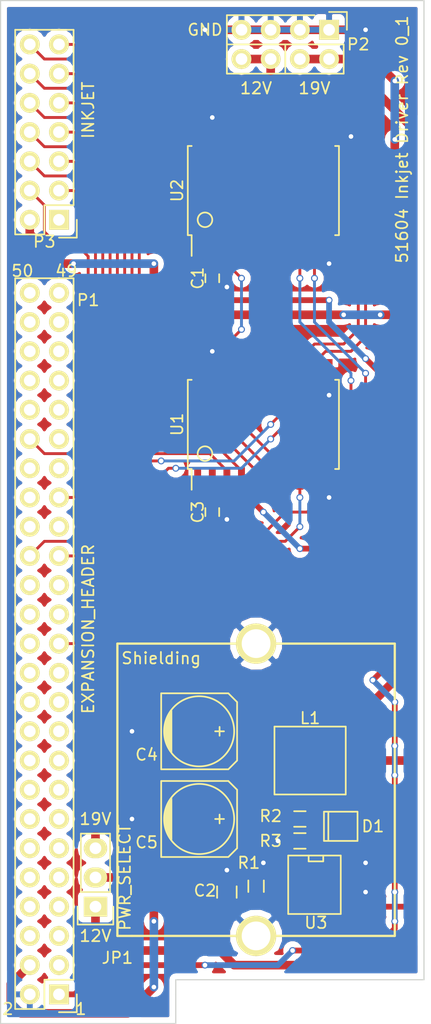
<source format=kicad_pcb>
(kicad_pcb (version 4) (host pcbnew "(2014-jul-16 BZR unknown)-product")
  (layers (0 F.Cu signal) (31 B.Cu signal) (34 B.Paste user) (35 F.Paste user) (36 B.SilkS user) (37 F.SilkS user) (38 B.Mask user) (39 F.Mask user) (44 Edge.Cuts user))
  (net 0 "")
  (net 1 GND)
  (net 2 19V)
  (net 3 "Net-(P3-Pad1)")
  (net 4 "Net-(P3-Pad3)")
  (net 5 "Net-(P3-Pad4)")
  (net 6 "Net-(P3-Pad5)")
  (net 7 "Net-(P3-Pad6)")
  (net 8 "Net-(P3-Pad7)")
  (net 9 "Net-(P3-Pad8)")
  (net 10 "Net-(P3-Pad9)")
  (net 11 "Net-(P3-Pad10)")
  (net 12 "Net-(P3-Pad11)")
  (net 13 "Net-(P3-Pad12)")
  (net 14 "Net-(P3-Pad13)")
  (net 15 "Net-(P3-Pad14)")
  (net 16 "Net-(U1-Pad1)")
  (net 17 "Net-(U1-Pad18)")
  (net 18 "Net-(U1-Pad20)")
  (net 19 "Net-(U2-Pad1)")
  (net 20 "Net-(U2-Pad14)")
  (net 21 "Net-(U2-Pad15)")
  (net 22 "Net-(U2-Pad16)")
  (net 23 "Net-(U2-Pad17)")
  (net 24 "Net-(U2-Pad18)")
  (net 25 "Net-(U2-Pad20)")
  (net 26 +5V)
  (net 27 "Net-(C2-Pad1)")
  (net 28 "Net-(D1-Pad2)")
  (net 29 +12V)
  (net 30 "Net-(JP1-Pad2)")
  (net 31 "Net-(R1-Pad1)")
  (net 32 "Net-(R2-Pad2)")
  (net 33 "Net-(P1-Pad40)")
  (net 34 "Net-(P1-Pad25)")
  (net 35 "Net-(P1-Pad31)")
  (net 36 "Net-(P1-Pad32)")
  (net 37 "Net-(P1-Pad35)")
  (net 38 "Net-(U3-Pad4)")
  (net 39 "Net-(P1-Pad3)")
  (net 40 "Net-(P1-Pad5)")
  (net 41 "Net-(P1-Pad6)")
  (net 42 "Net-(P1-Pad7)")
  (net 43 "Net-(P1-Pad8)")
  (net 44 "Net-(P1-Pad9)")
  (net 45 "Net-(P1-Pad10)")
  (net 46 "Net-(P1-Pad11)")
  (net 47 "Net-(P1-Pad12)")
  (net 48 "Net-(P1-Pad13)")
  (net 49 "Net-(P1-Pad14)")
  (net 50 "Net-(P1-Pad15)")
  (net 51 "Net-(P1-Pad16)")
  (net 52 "Net-(P1-Pad17)")
  (net 53 "Net-(P1-Pad18)")
  (net 54 "Net-(P1-Pad19)")
  (net 55 "Net-(P1-Pad20)")
  (net 56 "Net-(P1-Pad21)")
  (net 57 "Net-(P1-Pad22)")
  (net 58 "Net-(P1-Pad23)")
  (net 59 "Net-(P1-Pad24)")
  (net 60 "Net-(P1-Pad26)")
  (net 61 "Net-(P1-Pad27)")
  (net 62 "Net-(P1-Pad28)")
  (net 63 "Net-(P1-Pad29)")
  (net 64 "Net-(P1-Pad30)")
  (net 65 "Net-(P1-Pad33)")
  (net 66 "Net-(P1-Pad34)")
  (net 67 "Net-(P1-Pad36)")
  (net 68 "Net-(P1-Pad37)")
  (net 69 "Net-(P1-Pad38)")
  (net 70 "Net-(P1-Pad39)")
  (net 71 "Net-(P1-Pad41)")
  (net 72 "Net-(P1-Pad42)")
  (net 73 "Net-(P1-Pad43)")
  (net 74 "Net-(P1-Pad44)")
  (net 75 "Net-(P1-Pad45)")
  (net 76 "Net-(P1-Pad46)")
  (net 77 "Net-(P1-Pad47)")
  (net 78 "Net-(P1-Pad48)")
  (net 79 "Net-(P1-Pad49)")
  (net 80 "Net-(P1-Pad50)")
  (module Housings_SOIC:SOIC-20_7.5x12.8mm_Pitch1.27mm (layer F.Cu) (at 121.92 64.77 90)
    (fp_text reference U1 (at 0 -7.5 90) (layer F.SilkS))
    (fp_text value 6B595)
    (pad 1 smd rect (at -4.7 -5.715 90) (size 1.95 0.6) (layers F.Cu F.Paste F.Mask) (net 16 "Net-(U1-Pad1)"))
    (pad 2 smd rect (at -4.7 -4.445 90) (size 1.95 0.6) (layers F.Cu F.Paste F.Mask) (net 26 +5V))
    (pad 3 smd rect (at -4.7 -3.175 90) (size 1.95 0.6) (layers F.Cu F.Paste F.Mask) (net 33 "Net-(P1-Pad40)"))
    (pad 4 smd rect (at -4.7 -1.905 90) (size 1.95 0.6) (layers F.Cu F.Paste F.Mask) (net 5 "Net-(P3-Pad4)"))
    (pad 5 smd rect (at -4.7 -0.635 90) (size 1.95 0.6) (layers F.Cu F.Paste F.Mask) (net 4 "Net-(P3-Pad3)"))
    (pad 6 smd rect (at -4.7 0.635 90) (size 1.95 0.6) (layers F.Cu F.Paste F.Mask) (net 7 "Net-(P3-Pad6)"))
    (pad 7 smd rect (at -4.7 1.905 90) (size 1.95 0.6) (layers F.Cu F.Paste F.Mask) (net 6 "Net-(P3-Pad5)"))
    (pad 8 smd rect (at -4.7 3.175 90) (size 1.95 0.6) (layers F.Cu F.Paste F.Mask) (net 34 "Net-(P1-Pad25)"))
    (pad 9 smd rect (at -4.7 4.445 90) (size 1.95 0.6) (layers F.Cu F.Paste F.Mask) (net 35 "Net-(P1-Pad31)"))
    (pad 10 smd rect (at -4.7 5.715 90) (size 1.95 0.6) (layers F.Cu F.Paste F.Mask) (net 1 GND))
    (pad 11 smd rect (at 4.7 5.715 90) (size 1.95 0.6) (layers F.Cu F.Paste F.Mask) (net 1 GND))
    (pad 12 smd rect (at 4.7 4.445 90) (size 1.95 0.6) (layers F.Cu F.Paste F.Mask) (net 36 "Net-(P1-Pad32)"))
    (pad 13 smd rect (at 4.7 3.175 90) (size 1.95 0.6) (layers F.Cu F.Paste F.Mask) (net 37 "Net-(P1-Pad35)"))
    (pad 14 smd rect (at 4.7 1.905 90) (size 1.95 0.6) (layers F.Cu F.Paste F.Mask) (net 9 "Net-(P3-Pad8)"))
    (pad 15 smd rect (at 4.7 0.635 90) (size 1.95 0.6) (layers F.Cu F.Paste F.Mask) (net 8 "Net-(P3-Pad7)"))
    (pad 16 smd rect (at 4.7 -0.635 90) (size 1.95 0.6) (layers F.Cu F.Paste F.Mask) (net 11 "Net-(P3-Pad10)"))
    (pad 17 smd rect (at 4.7 -1.905 90) (size 1.95 0.6) (layers F.Cu F.Paste F.Mask) (net 10 "Net-(P3-Pad9)"))
    (pad 18 smd rect (at 4.7 -3.175 90) (size 1.95 0.6) (layers F.Cu F.Paste F.Mask) (net 17 "Net-(U1-Pad18)"))
    (pad 19 smd rect (at 4.7 -4.445 90) (size 1.95 0.6) (layers F.Cu F.Paste F.Mask) (net 1 GND))
    (pad 20 smd rect (at 4.7 -5.715 90) (size 1.95 0.6) (layers F.Cu F.Paste F.Mask) (net 18 "Net-(U1-Pad20)"))
  )
  (module Housings_SOIC:SOIC-20_7.5x12.8mm_Pitch1.27mm (layer F.Cu) (at 121.92 44.45 90)
    (fp_text reference U2 (at 0 -7.5 90) (layer F.SilkS))
    (fp_text value 6B595)
    (pad 1 smd rect (at -4.7 -5.715 90) (size 1.95 0.6) (layers F.Cu F.Paste F.Mask) (net 19 "Net-(U2-Pad1)"))
    (pad 2 smd rect (at -4.7 -4.445 90) (size 1.95 0.6) (layers F.Cu F.Paste F.Mask) (net 26 +5V))
    (pad 3 smd rect (at -4.7 -3.175 90) (size 1.95 0.6) (layers F.Cu F.Paste F.Mask) (net 17 "Net-(U1-Pad18)"))
    (pad 4 smd rect (at -4.7 -1.905 90) (size 1.95 0.6) (layers F.Cu F.Paste F.Mask) (net 13 "Net-(P3-Pad12)"))
    (pad 5 smd rect (at -4.7 -0.635 90) (size 1.95 0.6) (layers F.Cu F.Paste F.Mask) (net 12 "Net-(P3-Pad11)"))
    (pad 6 smd rect (at -4.7 0.635 90) (size 1.95 0.6) (layers F.Cu F.Paste F.Mask) (net 15 "Net-(P3-Pad14)"))
    (pad 7 smd rect (at -4.7 1.905 90) (size 1.95 0.6) (layers F.Cu F.Paste F.Mask) (net 14 "Net-(P3-Pad13)"))
    (pad 8 smd rect (at -4.7 3.175 90) (size 1.95 0.6) (layers F.Cu F.Paste F.Mask) (net 34 "Net-(P1-Pad25)"))
    (pad 9 smd rect (at -4.7 4.445 90) (size 1.95 0.6) (layers F.Cu F.Paste F.Mask) (net 35 "Net-(P1-Pad31)"))
    (pad 10 smd rect (at -4.7 5.715 90) (size 1.95 0.6) (layers F.Cu F.Paste F.Mask) (net 1 GND))
    (pad 11 smd rect (at 4.7 5.715 90) (size 1.95 0.6) (layers F.Cu F.Paste F.Mask) (net 1 GND))
    (pad 12 smd rect (at 4.7 4.445 90) (size 1.95 0.6) (layers F.Cu F.Paste F.Mask) (net 36 "Net-(P1-Pad32)"))
    (pad 13 smd rect (at 4.7 3.175 90) (size 1.95 0.6) (layers F.Cu F.Paste F.Mask) (net 37 "Net-(P1-Pad35)"))
    (pad 14 smd rect (at 4.7 1.905 90) (size 1.95 0.6) (layers F.Cu F.Paste F.Mask) (net 20 "Net-(U2-Pad14)"))
    (pad 15 smd rect (at 4.7 0.635 90) (size 1.95 0.6) (layers F.Cu F.Paste F.Mask) (net 21 "Net-(U2-Pad15)"))
    (pad 16 smd rect (at 4.7 -0.635 90) (size 1.95 0.6) (layers F.Cu F.Paste F.Mask) (net 22 "Net-(U2-Pad16)"))
    (pad 17 smd rect (at 4.7 -1.905 90) (size 1.95 0.6) (layers F.Cu F.Paste F.Mask) (net 23 "Net-(U2-Pad17)"))
    (pad 18 smd rect (at 4.7 -3.175 90) (size 1.95 0.6) (layers F.Cu F.Paste F.Mask) (net 24 "Net-(U2-Pad18)"))
    (pad 19 smd rect (at 4.7 -4.445 90) (size 1.95 0.6) (layers F.Cu F.Paste F.Mask) (net 1 GND))
    (pad 20 smd rect (at 4.7 -5.715 90) (size 1.95 0.6) (layers F.Cu F.Paste F.Mask) (net 25 "Net-(U2-Pad20)"))
  )
  (module Wire_Pads:SolderWirePad_single_2-5mmDrill (layer F.Cu) (at 121.285 83.82)
    (fp_text reference SM1)
    (fp_text value Shielding (at -8.255 1.27) (layer F.SilkS))
    (pad 1 thru_hole circle (at 0 0) (size 3.5 3.5) (drill 2.49936) (layers *.Cu *.Mask F.SilkS) (net 1 GND))
  )
  (module Capacitors_SMD:C_0603 (layer F.Cu) (at 117.475 52.07 270)
    (fp_text reference C1 (at 0 1.27 270) (layer F.SilkS))
    (fp_text value 0.1uF)
    (pad 1 smd rect (at -0.75 0 270) (size 0.8 0.75) (layers F.Cu F.Paste F.Mask) (net 26 +5V))
    (pad 2 smd rect (at 0.75 0 270) (size 0.8 0.75) (layers F.Cu F.Paste F.Mask) (net 1 GND))
  )
  (module Capacitors_SMD:C_0603 (layer F.Cu) (at 117.475 72.39 270)
    (fp_text reference C3 (at 0 1.27 450) (layer F.SilkS))
    (fp_text value 0.1uF)
    (pad 1 smd rect (at -0.75 0 270) (size 0.8 0.75) (layers F.Cu F.Paste F.Mask) (net 26 +5V))
    (pad 2 smd rect (at 0.75 0 270) (size 0.8 0.75) (layers F.Cu F.Paste F.Mask) (net 1 GND))
  )
  (module InkJetPart:CLF6045_Inductor (layer F.Cu) (at 125.984 93.98 180)
    (fp_text reference L1 (at 0 3.683 360) (layer F.SilkS))
    (fp_text value 220uH)
    (pad 1 smd rect (at -2.65 0 180) (size 1.7 2.2) (layers F.Cu F.Paste F.Mask) (net 29 +12V))
    (pad 2 smd rect (at 2.65 0 180) (size 1.7 2.2) (layers F.Cu F.Paste F.Mask) (net 28 "Net-(D1-Pad2)"))
  )
  (module Pin_Headers:Pin_Header_Straight_2x07 (layer F.Cu) (at 104.14 46.99 180)
    (fp_text reference P3 (at 1.27 -1.905 180) (layer F.SilkS))
    (fp_text value INKJET (at -2.54 9.525 270) (layer F.SilkS))
    (pad 1 thru_hole rect (at 0 0 180) (size 1.7272 1.7272) (drill 1.016) (layers *.Cu *.Mask F.SilkS) (net 3 "Net-(P3-Pad1)"))
    (pad 2 thru_hole oval (at 2.54 0 180) (size 1.7272 1.7272) (drill 1.016) (layers *.Cu *.Mask F.SilkS) (net 2 19V))
    (pad 3 thru_hole oval (at 0 2.54 180) (size 1.7272 1.7272) (drill 1.016) (layers *.Cu *.Mask F.SilkS) (net 4 "Net-(P3-Pad3)"))
    (pad 4 thru_hole oval (at 2.54 2.54 180) (size 1.7272 1.7272) (drill 1.016) (layers *.Cu *.Mask F.SilkS) (net 5 "Net-(P3-Pad4)"))
    (pad 5 thru_hole oval (at 0 5.08 180) (size 1.7272 1.7272) (drill 1.016) (layers *.Cu *.Mask F.SilkS) (net 6 "Net-(P3-Pad5)"))
    (pad 6 thru_hole oval (at 2.54 5.08 180) (size 1.7272 1.7272) (drill 1.016) (layers *.Cu *.Mask F.SilkS) (net 7 "Net-(P3-Pad6)"))
    (pad 7 thru_hole oval (at 0 7.62 180) (size 1.7272 1.7272) (drill 1.016) (layers *.Cu *.Mask F.SilkS) (net 8 "Net-(P3-Pad7)"))
    (pad 8 thru_hole oval (at 2.54 7.62 180) (size 1.7272 1.7272) (drill 1.016) (layers *.Cu *.Mask F.SilkS) (net 9 "Net-(P3-Pad8)"))
    (pad 9 thru_hole oval (at 0 10.16 180) (size 1.7272 1.7272) (drill 1.016) (layers *.Cu *.Mask F.SilkS) (net 10 "Net-(P3-Pad9)"))
    (pad 10 thru_hole oval (at 2.54 10.16 180) (size 1.7272 1.7272) (drill 1.016) (layers *.Cu *.Mask F.SilkS) (net 11 "Net-(P3-Pad10)"))
    (pad 11 thru_hole oval (at 0 12.7 180) (size 1.7272 1.7272) (drill 1.016) (layers *.Cu *.Mask F.SilkS) (net 12 "Net-(P3-Pad11)"))
    (pad 12 thru_hole oval (at 2.54 12.7 180) (size 1.7272 1.7272) (drill 1.016) (layers *.Cu *.Mask F.SilkS) (net 13 "Net-(P3-Pad12)"))
    (pad 13 thru_hole oval (at 0 15.24 180) (size 1.7272 1.7272) (drill 1.016) (layers *.Cu *.Mask F.SilkS) (net 14 "Net-(P3-Pad13)"))
    (pad 14 thru_hole oval (at 2.54 15.24 180) (size 1.7272 1.7272) (drill 1.016) (layers *.Cu *.Mask F.SilkS) (net 15 "Net-(P3-Pad14)"))
  )
  (module Resistors_SMD:R_0603 (layer F.Cu) (at 121.285 104.902 270)
    (fp_text reference R1 (at -2.032 0.635 540) (layer F.SilkS))
    (fp_text value 1k)
    (pad 1 smd rect (at -0.75 0 270) (size 0.5 0.9) (layers F.Cu F.Paste F.Mask) (net 31 "Net-(R1-Pad1)"))
    (pad 2 smd rect (at 0.75 0 270) (size 0.5 0.9) (layers F.Cu F.Paste F.Mask) (net 27 "Net-(C2-Pad1)"))
  )
  (module Resistors_SMD:R_0603 (layer F.Cu) (at 125.095 99.06 180)
    (fp_text reference R2 (at 2.54 0.254 360) (layer F.SilkS))
    (fp_text value 18.7k)
    (pad 1 smd rect (at -0.75 0 180) (size 0.5 0.9) (layers F.Cu F.Paste F.Mask) (net 2 19V))
    (pad 2 smd rect (at 0.75 0 180) (size 0.5 0.9) (layers F.Cu F.Paste F.Mask) (net 32 "Net-(R2-Pad2)"))
  )
  (module Resistors_SMD:R_0603 (layer F.Cu) (at 125.095 100.965 180)
    (fp_text reference R3 (at 2.54 0 360) (layer F.SilkS))
    (fp_text value 1.27k)
    (pad 1 smd rect (at -0.75 0 180) (size 0.5 0.9) (layers F.Cu F.Paste F.Mask) (net 32 "Net-(R2-Pad2)"))
    (pad 2 smd rect (at 0.75 0 180) (size 0.5 0.9) (layers F.Cu F.Paste F.Mask) (net 1 GND))
  )
  (module SMD_Packages:SOIC-8-N (layer F.Cu) (at 126.365 104.775 270)
    (fp_text reference U3 (at 3.302 -0.127 540) (layer F.SilkS))
    (fp_text value LT1072)
    (pad 8 smd rect (at -1.905 -3.175 270) (size 0.508 1.143) (layers F.Cu F.Paste F.Mask) (net 1 GND))
    (pad 7 smd rect (at -0.635 -3.175 270) (size 0.508 1.143) (layers F.Cu F.Paste F.Mask) (net 28 "Net-(D1-Pad2)"))
    (pad 6 smd rect (at 0.635 -3.175 270) (size 0.508 1.143) (layers F.Cu F.Paste F.Mask) (net 1 GND))
    (pad 5 smd rect (at 1.905 -3.175 270) (size 0.508 1.143) (layers F.Cu F.Paste F.Mask) (net 29 +12V))
    (pad 4 smd rect (at 1.905 3.175 270) (size 0.508 1.143) (layers F.Cu F.Paste F.Mask) (net 38 "Net-(U3-Pad4)"))
    (pad 3 smd rect (at 0.635 3.175 270) (size 0.508 1.143) (layers F.Cu F.Paste F.Mask) (net 32 "Net-(R2-Pad2)"))
    (pad 2 smd rect (at -0.635 3.175 270) (size 0.508 1.143) (layers F.Cu F.Paste F.Mask) (net 31 "Net-(R1-Pad1)"))
    (pad 1 smd rect (at -1.905 3.175 270) (size 0.508 1.143) (layers F.Cu F.Paste F.Mask) (net 1 GND))
  )
  (module InkJetPart:DO-220_Diode (layer F.Cu) (at 127.824 99.695)
    (fp_text reference D1 (at 3.621 0 180) (layer F.SilkS))
    (fp_text value SS3P4)
    (pad 1 smd rect (at 0 0) (size 2.67 2.54) (layers F.Cu F.Paste F.Mask) (net 2 19V))
    (pad 2 smd rect (at 2.351 0) (size 0.762 1.27) (layers F.Cu F.Paste F.Mask) (net 28 "Net-(D1-Pad2)"))
  )
  (module Pin_Headers:Pin_Header_Straight_2x25 (layer F.Cu) (at 104.14 114.3 180)
    (fp_text reference P1 (at -2.54 60.325 180) (layer F.SilkS))
    (fp_text value EXPANSION_HEADER (at -2.54 31.75 270) (layer F.SilkS))
    (pad 1 thru_hole rect (at 0 0 180) (size 1.7272 1.7272) (drill 1.016) (layers *.Cu *.Mask F.SilkS) (net 26 +5V))
    (pad 2 thru_hole oval (at 2.54 0 180) (size 1.7272 1.7272) (drill 1.016) (layers *.Cu *.Mask F.SilkS) (net 1 GND))
    (pad 3 thru_hole oval (at 0 2.54 180) (size 1.7272 1.7272) (drill 1.016) (layers *.Cu *.Mask F.SilkS) (net 39 "Net-(P1-Pad3)"))
    (pad 4 thru_hole oval (at 2.54 2.54 180) (size 1.7272 1.7272) (drill 1.016) (layers *.Cu *.Mask F.SilkS) (net 30 "Net-(JP1-Pad2)"))
    (pad 5 thru_hole oval (at 0 5.08 180) (size 1.7272 1.7272) (drill 1.016) (layers *.Cu *.Mask F.SilkS) (net 40 "Net-(P1-Pad5)"))
    (pad 6 thru_hole oval (at 2.54 5.08 180) (size 1.7272 1.7272) (drill 1.016) (layers *.Cu *.Mask F.SilkS) (net 41 "Net-(P1-Pad6)"))
    (pad 7 thru_hole oval (at 0 7.62 180) (size 1.7272 1.7272) (drill 1.016) (layers *.Cu *.Mask F.SilkS) (net 42 "Net-(P1-Pad7)"))
    (pad 8 thru_hole oval (at 2.54 7.62 180) (size 1.7272 1.7272) (drill 1.016) (layers *.Cu *.Mask F.SilkS) (net 43 "Net-(P1-Pad8)"))
    (pad 9 thru_hole oval (at 0 10.16 180) (size 1.7272 1.7272) (drill 1.016) (layers *.Cu *.Mask F.SilkS) (net 44 "Net-(P1-Pad9)"))
    (pad 10 thru_hole oval (at 2.54 10.16 180) (size 1.7272 1.7272) (drill 1.016) (layers *.Cu *.Mask F.SilkS) (net 45 "Net-(P1-Pad10)"))
    (pad 11 thru_hole oval (at 0 12.7 180) (size 1.7272 1.7272) (drill 1.016) (layers *.Cu *.Mask F.SilkS) (net 46 "Net-(P1-Pad11)"))
    (pad 12 thru_hole oval (at 2.54 12.7 180) (size 1.7272 1.7272) (drill 1.016) (layers *.Cu *.Mask F.SilkS) (net 47 "Net-(P1-Pad12)"))
    (pad 13 thru_hole oval (at 0 15.24 180) (size 1.7272 1.7272) (drill 1.016) (layers *.Cu *.Mask F.SilkS) (net 48 "Net-(P1-Pad13)"))
    (pad 14 thru_hole oval (at 2.54 15.24 180) (size 1.7272 1.7272) (drill 1.016) (layers *.Cu *.Mask F.SilkS) (net 49 "Net-(P1-Pad14)"))
    (pad 15 thru_hole oval (at 0 17.78 180) (size 1.7272 1.7272) (drill 1.016) (layers *.Cu *.Mask F.SilkS) (net 50 "Net-(P1-Pad15)"))
    (pad 16 thru_hole oval (at 2.54 17.78 180) (size 1.7272 1.7272) (drill 1.016) (layers *.Cu *.Mask F.SilkS) (net 51 "Net-(P1-Pad16)"))
    (pad 17 thru_hole oval (at 0 20.32 180) (size 1.7272 1.7272) (drill 1.016) (layers *.Cu *.Mask F.SilkS) (net 52 "Net-(P1-Pad17)"))
    (pad 18 thru_hole oval (at 2.54 20.32 180) (size 1.7272 1.7272) (drill 1.016) (layers *.Cu *.Mask F.SilkS) (net 53 "Net-(P1-Pad18)"))
    (pad 19 thru_hole oval (at 0 22.86 180) (size 1.7272 1.7272) (drill 1.016) (layers *.Cu *.Mask F.SilkS) (net 54 "Net-(P1-Pad19)"))
    (pad 20 thru_hole oval (at 2.54 22.86 180) (size 1.7272 1.7272) (drill 1.016) (layers *.Cu *.Mask F.SilkS) (net 55 "Net-(P1-Pad20)"))
    (pad 21 thru_hole oval (at 0 25.4 180) (size 1.7272 1.7272) (drill 1.016) (layers *.Cu *.Mask F.SilkS) (net 56 "Net-(P1-Pad21)"))
    (pad 22 thru_hole oval (at 2.54 25.4 180) (size 1.7272 1.7272) (drill 1.016) (layers *.Cu *.Mask F.SilkS) (net 57 "Net-(P1-Pad22)"))
    (pad 23 thru_hole oval (at 0 27.94 180) (size 1.7272 1.7272) (drill 1.016) (layers *.Cu *.Mask F.SilkS) (net 58 "Net-(P1-Pad23)"))
    (pad 24 thru_hole oval (at 2.54 27.94 180) (size 1.7272 1.7272) (drill 1.016) (layers *.Cu *.Mask F.SilkS) (net 59 "Net-(P1-Pad24)"))
    (pad 25 thru_hole oval (at 0 30.48 180) (size 1.7272 1.7272) (drill 1.016) (layers *.Cu *.Mask F.SilkS) (net 34 "Net-(P1-Pad25)"))
    (pad 26 thru_hole oval (at 2.54 30.48 180) (size 1.7272 1.7272) (drill 1.016) (layers *.Cu *.Mask F.SilkS) (net 60 "Net-(P1-Pad26)"))
    (pad 27 thru_hole oval (at 0 33.02 180) (size 1.7272 1.7272) (drill 1.016) (layers *.Cu *.Mask F.SilkS) (net 61 "Net-(P1-Pad27)"))
    (pad 28 thru_hole oval (at 2.54 33.02 180) (size 1.7272 1.7272) (drill 1.016) (layers *.Cu *.Mask F.SilkS) (net 62 "Net-(P1-Pad28)"))
    (pad 29 thru_hole oval (at 0 35.56 180) (size 1.7272 1.7272) (drill 1.016) (layers *.Cu *.Mask F.SilkS) (net 63 "Net-(P1-Pad29)"))
    (pad 30 thru_hole oval (at 2.54 35.56 180) (size 1.7272 1.7272) (drill 1.016) (layers *.Cu *.Mask F.SilkS) (net 64 "Net-(P1-Pad30)"))
    (pad 31 thru_hole oval (at 0 38.1 180) (size 1.7272 1.7272) (drill 1.016) (layers *.Cu *.Mask F.SilkS) (net 35 "Net-(P1-Pad31)"))
    (pad 32 thru_hole oval (at 2.54 38.1 180) (size 1.7272 1.7272) (drill 1.016) (layers *.Cu *.Mask F.SilkS) (net 36 "Net-(P1-Pad32)"))
    (pad 33 thru_hole oval (at 0 40.64 180) (size 1.7272 1.7272) (drill 1.016) (layers *.Cu *.Mask F.SilkS) (net 65 "Net-(P1-Pad33)"))
    (pad 34 thru_hole oval (at 2.54 40.64 180) (size 1.7272 1.7272) (drill 1.016) (layers *.Cu *.Mask F.SilkS) (net 66 "Net-(P1-Pad34)"))
    (pad 35 thru_hole oval (at 0 43.18 180) (size 1.7272 1.7272) (drill 1.016) (layers *.Cu *.Mask F.SilkS) (net 37 "Net-(P1-Pad35)"))
    (pad 36 thru_hole oval (at 2.54 43.18 180) (size 1.7272 1.7272) (drill 1.016) (layers *.Cu *.Mask F.SilkS) (net 67 "Net-(P1-Pad36)"))
    (pad 37 thru_hole oval (at 0 45.72 180) (size 1.7272 1.7272) (drill 1.016) (layers *.Cu *.Mask F.SilkS) (net 68 "Net-(P1-Pad37)"))
    (pad 38 thru_hole oval (at 2.54 45.72 180) (size 1.7272 1.7272) (drill 1.016) (layers *.Cu *.Mask F.SilkS) (net 69 "Net-(P1-Pad38)"))
    (pad 39 thru_hole oval (at 0 48.26 180) (size 1.7272 1.7272) (drill 1.016) (layers *.Cu *.Mask F.SilkS) (net 70 "Net-(P1-Pad39)"))
    (pad 40 thru_hole oval (at 2.54 48.26 180) (size 1.7272 1.7272) (drill 1.016) (layers *.Cu *.Mask F.SilkS) (net 33 "Net-(P1-Pad40)"))
    (pad 41 thru_hole oval (at 0 50.8 180) (size 1.7272 1.7272) (drill 1.016) (layers *.Cu *.Mask F.SilkS) (net 71 "Net-(P1-Pad41)"))
    (pad 42 thru_hole oval (at 2.54 50.8 180) (size 1.7272 1.7272) (drill 1.016) (layers *.Cu *.Mask F.SilkS) (net 72 "Net-(P1-Pad42)"))
    (pad 43 thru_hole oval (at 0 53.34 180) (size 1.7272 1.7272) (drill 1.016) (layers *.Cu *.Mask F.SilkS) (net 73 "Net-(P1-Pad43)"))
    (pad 44 thru_hole oval (at 2.54 53.34 180) (size 1.7272 1.7272) (drill 1.016) (layers *.Cu *.Mask F.SilkS) (net 74 "Net-(P1-Pad44)"))
    (pad 45 thru_hole oval (at 0 55.88 180) (size 1.7272 1.7272) (drill 1.016) (layers *.Cu *.Mask F.SilkS) (net 75 "Net-(P1-Pad45)"))
    (pad 46 thru_hole oval (at 2.54 55.88 180) (size 1.7272 1.7272) (drill 1.016) (layers *.Cu *.Mask F.SilkS) (net 76 "Net-(P1-Pad46)"))
    (pad 47 thru_hole oval (at 0 58.42 180) (size 1.7272 1.7272) (drill 1.016) (layers *.Cu *.Mask F.SilkS) (net 77 "Net-(P1-Pad47)"))
    (pad 48 thru_hole oval (at 2.54 58.42 180) (size 1.7272 1.7272) (drill 1.016) (layers *.Cu *.Mask F.SilkS) (net 78 "Net-(P1-Pad48)"))
    (pad 49 thru_hole oval (at 0 60.96 180) (size 1.7272 1.7272) (drill 1.016) (layers *.Cu *.Mask F.SilkS) (net 79 "Net-(P1-Pad49)"))
    (pad 50 thru_hole oval (at 2.54 60.96 180) (size 1.7272 1.7272) (drill 1.016) (layers *.Cu *.Mask F.SilkS) (net 80 "Net-(P1-Pad50)"))
  )
  (module Capacitors_SMD:C_0805 (layer F.Cu) (at 118.745 105.41 90)
    (fp_text reference C2 (at 0.127 -1.905 180) (layer F.SilkS))
    (fp_text value 1uF)
    (pad 1 smd rect (at -1 0 90) (size 1 1.25) (layers F.Cu F.Paste F.Mask) (net 27 "Net-(C2-Pad1)"))
    (pad 2 smd rect (at 1 0 90) (size 1 1.25) (layers F.Cu F.Paste F.Mask) (net 1 GND))
  )
  (module Capacitors_SMD:c_elec_6.3x7.7 (layer F.Cu) (at 116.332 91.44)
    (fp_text reference C4 (at -4.572 2.032 180) (layer F.SilkS))
    (fp_text value 100uF)
    (pad 1 smd rect (at 2.75082 0) (size 3.59918 1.6002) (layers F.Cu F.Paste F.Mask) (net 2 19V))
    (pad 2 smd rect (at -2.75082 0) (size 3.59918 1.6002) (layers F.Cu F.Paste F.Mask) (net 1 GND))
  )
  (module Capacitors_SMD:c_elec_6.3x7.7 (layer F.Cu) (at 116.332 99.06)
    (fp_text reference C5 (at -4.572 2.032 180) (layer F.SilkS))
    (fp_text value 100uF)
    (pad 1 smd rect (at 2.75082 0) (size 3.59918 1.6002) (layers F.Cu F.Paste F.Mask) (net 2 19V))
    (pad 2 smd rect (at -2.75082 0) (size 3.59918 1.6002) (layers F.Cu F.Paste F.Mask) (net 1 GND))
  )
  (module Wire_Pads:SolderWirePad_single_2-5mmDrill (layer F.Cu) (at 121.285 109.22)
    (fp_text reference SM2)
    (fp_text value Shield)
    (pad 1 thru_hole circle (at 0 0) (size 3.5 3.5) (drill 2.49936) (layers *.Cu *.Mask F.SilkS) (net 1 GND))
  )
  (module InkJetPart:Pin_Header_Straight_2x04_Silk_Change (layer F.Cu) (at 127.635 30.48 270)
    (fp_text reference P2 (at 1.27 -2.54 360) (layer F.SilkS))
    (fp_text value PWR)
    (pad 1 thru_hole rect (at 0 0 270) (size 1.7272 1.7272) (drill 1.016) (layers *.Cu *.Mask F.SilkS) (net 1 GND))
    (pad 2 thru_hole oval (at 2.54 0 270) (size 1.7272 1.7272) (drill 1.016) (layers *.Cu *.Mask F.SilkS) (net 2 19V))
    (pad 3 thru_hole oval (at 0 2.54 270) (size 1.7272 1.7272) (drill 1.016) (layers *.Cu *.Mask F.SilkS) (net 1 GND))
    (pad 4 thru_hole oval (at 2.54 2.54 270) (size 1.7272 1.7272) (drill 1.016) (layers *.Cu *.Mask F.SilkS) (net 2 19V))
    (pad 5 thru_hole oval (at 0 5.08 270) (size 1.7272 1.7272) (drill 1.016) (layers *.Cu *.Mask F.SilkS) (net 1 GND))
    (pad 6 thru_hole oval (at 2.54 5.08 270) (size 1.7272 1.7272) (drill 1.016) (layers *.Cu *.Mask F.SilkS) (net 29 +12V))
    (pad 7 thru_hole oval (at 0 7.62 270) (size 1.7272 1.7272) (drill 1.016) (layers *.Cu *.Mask F.SilkS) (net 1 GND))
    (pad 8 thru_hole oval (at 2.54 7.62 270) (size 1.7272 1.7272) (drill 1.016) (layers *.Cu *.Mask F.SilkS) (net 29 +12V))
  )
  (module Socket_Strips:Socket_Strip_Straight_1x03 (layer F.Cu) (at 107.315 106.68 90)
    (fp_text reference JP1 (at -4.445 1.905 180) (layer F.SilkS))
    (fp_text value PWR_SELECT (at 2.54 2.54 90) (layer F.SilkS))
    (pad 1 thru_hole rect (at 0 0 90) (size 1.7272 2.032) (drill 1.016) (layers *.Cu *.Mask F.SilkS) (net 29 +12V))
    (pad 2 thru_hole oval (at 2.54 0 90) (size 1.7272 2.032) (drill 1.016) (layers *.Cu *.Mask F.SilkS) (net 30 "Net-(JP1-Pad2)"))
    (pad 3 thru_hole oval (at 5.08 0 90) (size 1.7272 2.032) (drill 1.016) (layers *.Cu *.Mask F.SilkS) (net 2 19V))
  )
  (gr_text 19V (at 107.315 99.06) (layer F.SilkS) (effects (font (size 1 1))))
  (gr_text 12V (at 107.315 109.22) (layer F.SilkS) (effects (font (size 1 1))))
  (gr_text 50 (at 100.965 51.435) (layer F.SilkS) (effects (font (size 1 1))))
  (gr_text 49 (at 104.775 51.435) (layer F.SilkS) (effects (font (size 1 1))))
  (gr_text 2 (at 99.695 115.57) (layer F.SilkS) (effects (font (size 1 1))))
  (gr_text 1 (at 106.045 115.57) (layer F.SilkS) (effects (font (size 1 1))))
  (gr_circle (center 116.84 46.99) (end 116.84 46.355) (layer F.SilkS) (width 0.15))
  (gr_circle (center 116.84 67.31) (end 116.84 66.675) (layer F.SilkS) (width 0.15))
  (gr_text GND (at 116.84 30.48) (layer F.SilkS) (effects (font (size 1 1))))
  (gr_line (start 123.825 31.75) (end 123.825 34.29) (layer F.SilkS) (width 0.15))
  (gr_line (start 118.745 31.75) (end 128.905 31.75) (layer F.SilkS) (width 0.15))
  (gr_text 19V (at 126.365 35.56) (layer F.SilkS) (effects (font (size 1 1))))
  (gr_text 12V (at 121.285 35.56) (layer F.SilkS) (effects (font (size 1 1))))
  (gr_text "51604 Inkjet Driver Rev 0_1" (at 133.985 40.005 90) (layer F.SilkS) (effects (font (size 1 1))))
  (gr_line (start 133.35 83.82) (end 109.22 83.82) (layer F.SilkS) (width 0.2))
  (gr_line (start 133.35 83.82) (end 133.35 86.36) (layer F.SilkS) (width 0.2))
  (gr_line (start 109.22 109.22) (end 109.22 83.82) (layer F.SilkS) (width 0.2))
  (gr_line (start 110.49 109.22) (end 109.22 109.22) (layer F.SilkS) (width 0.2))
  (gr_line (start 133.35 109.22) (end 110.49 109.22) (layer F.SilkS) (width 0.2))
  (gr_line (start 133.35 86.36) (end 133.35 109.22) (layer F.SilkS) (width 0.2))
  (gr_line (start 135.89 113.03) (end 135.89 27.94) (layer Edge.Cuts) (width 0.1))
  (gr_line (start 114.3 113.03) (end 135.89 113.03) (layer Edge.Cuts) (width 0.1))
  (gr_line (start 114.3 114.3) (end 114.3 113.03) (layer Edge.Cuts) (width 0.1))
  (gr_line (start 135.89 27.94) (end 127 27.94) (layer Edge.Cuts) (width 0.1))
  (gr_line (start 127 27.94) (end 120.65 27.94) (layer Edge.Cuts) (width 0.1))
  (gr_line (start 99.06 27.94) (end 120.65 27.94) (layer Edge.Cuts) (width 0.1))
  (gr_line (start 99.06 50.8) (end 99.06 27.94) (layer Edge.Cuts) (width 0.1))
  (gr_line (start 114.3 116.84) (end 114.3 114.3) (layer Edge.Cuts) (width 0.1))
  (gr_line (start 99.06 116.84) (end 114.3 116.84) (layer Edge.Cuts) (width 0.1))
  (gr_line (start 99.06 116.84) (end 99.06 50.8) (layer Edge.Cuts) (width 0.1))
  (segment (start 120.015 30.48) (end 116.84 30.48) (width 0.75) (layer F.Cu) (net 1))
  (via (at 116.84 30.48) (size 0.6) (drill 0.4) (layers F.Cu B.Cu) (net 1))
  (segment (start 120.015 30.48) (end 130.81 30.48) (width 0.75) (layer F.Cu) (net 1))
  (via (at 130.81 30.48) (size 0.6) (drill 0.4) (layers F.Cu B.Cu) (net 1))
  (segment (start 127.635 60.07) (end 127.635 62.23) (width 0.5) (layer F.Cu) (net 1))
  (via (at 127.635 62.23) (size 0.6) (drill 0.4) (layers F.Cu B.Cu) (net 1))
  (segment (start 127.635 69.47) (end 127.635 71.12) (width 0.5) (layer F.Cu) (net 1))
  (via (at 127.635 71.12) (size 0.6) (drill 0.4) (layers F.Cu B.Cu) (net 1))
  (segment (start 127.635 49.15) (end 127.635 50.8) (width 0.5) (layer F.Cu) (net 1))
  (via (at 127.635 50.8) (size 0.6) (drill 0.4) (layers F.Cu B.Cu) (net 1))
  (segment (start 117.475 39.75) (end 117.475 38.1) (width 0.5) (layer F.Cu) (net 1))
  (via (at 117.475 38.1) (size 0.6) (drill 0.4) (layers F.Cu B.Cu) (net 1))
  (segment (start 117.475 60.07) (end 117.475 58.42) (width 0.5) (layer F.Cu) (net 1))
  (via (at 117.475 58.42) (size 0.6) (drill 0.4) (layers F.Cu B.Cu) (net 1))
  (segment (start 117.475 73.14) (end 118.63 73.14) (width 0.5) (layer F.Cu) (net 1))
  (segment (start 118.63 73.14) (end 118.745 73.025) (width 0.5) (layer F.Cu) (net 1))
  (via (at 118.745 73.025) (size 0.6) (drill 0.4) (layers F.Cu B.Cu) (net 1))
  (segment (start 117.475 52.82) (end 118.733 52.82) (width 0.5) (layer F.Cu) (net 1))
  (segment (start 118.733 52.82) (end 118.745 52.832) (width 0.5) (layer F.Cu) (net 1))
  (via (at 118.745 52.832) (size 0.6) (drill 0.4) (layers F.Cu B.Cu) (net 1))
  (segment (start 127.635 39.75) (end 129.539 39.75) (width 0.5) (layer F.Cu) (net 1))
  (segment (start 129.539 39.75) (end 129.54 39.751) (width 0.5) (layer F.Cu) (net 1))
  (via (at 129.54 39.751) (size 0.6) (drill 0.4) (layers F.Cu B.Cu) (net 1))
  (segment (start 113.58118 91.44) (end 114.58067 91.44) (width 0.75) (layer F.Cu) (net 1))
  (segment (start 124.345 100.965) (end 123.19 100.965) (width 0.25) (layer F.Cu) (net 1))
  (via (at 123.19 100.965) (size 0.6) (drill 0.4) (layers F.Cu B.Cu) (net 1))
  (segment (start 123.19 102.87) (end 121.92 102.87) (width 0.25) (layer F.Cu) (net 1))
  (via (at 121.92 102.87) (size 0.6) (drill 0.4) (layers F.Cu B.Cu) (net 1))
  (segment (start 118.745 104.41) (end 118.745 103.505) (width 0.5) (layer F.Cu) (net 1))
  (via (at 118.745 103.505) (size 0.6) (drill 0.4) (layers F.Cu B.Cu) (net 1))
  (segment (start 129.54 105.41) (end 130.81 105.41) (width 0.25) (layer F.Cu) (net 1))
  (via (at 130.81 105.41) (size 0.6) (drill 0.4) (layers F.Cu B.Cu) (net 1))
  (segment (start 113.58118 91.44) (end 110.49 91.44) (width 0.75) (layer F.Cu) (net 1))
  (via (at 110.49 91.44) (size 0.6) (drill 0.4) (layers F.Cu B.Cu) (net 1))
  (segment (start 113.58118 99.06) (end 110.49 99.06) (width 0.75) (layer F.Cu) (net 1))
  (via (at 110.49 99.06) (size 0.6) (layers F.Cu B.Cu) (net 1))
  (segment (start 129.54 102.87) (end 130.81 102.87) (width 0.25) (layer F.Cu) (net 1))
  (via (at 130.81 102.87) (size 0.6) (drill 0.4) (layers F.Cu B.Cu) (net 1))
  (segment (start 127.635 33.02) (end 125.095 33.02) (width 0.75) (layer F.Cu) (net 2))
  (segment (start 131.445 33.02) (end 127.635 33.02) (width 0.75) (layer F.Cu) (net 2))
  (segment (start 133.35 34.925) (end 131.445 33.02) (width 0.75) (layer F.Cu) (net 2))
  (segment (start 133.35 40.005) (end 133.35 34.925) (width 0.75) (layer B.Cu) (net 2))
  (via (at 133.35 34.925) (size 0.6) (drill 0.4) (layers F.Cu B.Cu) (net 2))
  (segment (start 133.35 40.39999) (end 133.35 40.005) (width 0.75) (layer F.Cu) (net 2))
  (via (at 133.35 40.005) (size 0.6) (drill 0.4) (layers F.Cu B.Cu) (net 2))
  (segment (start 131.445 88.9) (end 133.35 86.995) (width 0.75) (layer F.Cu) (net 2))
  (segment (start 120.07272 88.9) (end 131.445 88.9) (width 0.75) (layer F.Cu) (net 2))
  (segment (start 119.08282 91.44) (end 119.08282 89.8899) (width 0.75) (layer F.Cu) (net 2))
  (segment (start 119.08282 89.8899) (end 120.07272 88.9) (width 0.75) (layer F.Cu) (net 2))
  (segment (start 125.845 99.06) (end 127.189 99.06) (width 0.25) (layer F.Cu) (net 2))
  (segment (start 127.189 99.06) (end 127.824 99.695) (width 0.25) (layer F.Cu) (net 2))
  (segment (start 127.304 97.155) (end 123.53741 97.155) (width 0.75) (layer F.Cu) (net 2))
  (segment (start 123.53741 97.155) (end 121.63241 99.06) (width 0.75) (layer F.Cu) (net 2))
  (segment (start 121.63241 99.06) (end 119.08282 99.06) (width 0.75) (layer F.Cu) (net 2))
  (segment (start 127.824 99.695) (end 127.824 97.675) (width 0.75) (layer F.Cu) (net 2))
  (segment (start 127.824 97.675) (end 127.304 97.155) (width 0.75) (layer F.Cu) (net 2))
  (via (at 105.41 50.8) (size 0.6) (drill 0.4) (layers F.Cu B.Cu) (net 2))
  (segment (start 104.188686 50.8) (end 105.41 50.8) (width 0.75) (layer F.Cu) (net 2))
  (segment (start 101.6 48.211314) (end 104.188686 50.8) (width 0.75) (layer F.Cu) (net 2))
  (segment (start 101.6 46.99) (end 101.6 48.211314) (width 0.75) (layer F.Cu) (net 2))
  (via (at 112.395 50.8) (size 0.6) (drill 0.4) (layers F.Cu B.Cu) (net 2))
  (segment (start 105.41 50.8) (end 112.395 50.8) (width 0.75) (layer B.Cu) (net 2))
  (segment (start 133.344393 55.88) (end 133.35 55.885607) (width 0.75) (layer F.Cu) (net 2))
  (segment (start 133.35 86.995) (end 133.35 55.885607) (width 0.75) (layer F.Cu) (net 2))
  (via (at 128.905 55.245) (size 0.6) (drill 0.4) (layers F.Cu B.Cu) (net 2))
  (via (at 132.08 55.245) (size 0.6) (drill 0.4) (layers F.Cu B.Cu) (net 2))
  (segment (start 128.905 55.245) (end 132.08 55.245) (width 0.75) (layer B.Cu) (net 2))
  (segment (start 133.298109 55.245) (end 133.35 55.193109) (width 0.75) (layer F.Cu) (net 2))
  (segment (start 132.08 55.245) (end 133.298109 55.245) (width 0.75) (layer F.Cu) (net 2))
  (segment (start 133.35 55.193109) (end 133.35 40.39999) (width 0.75) (layer F.Cu) (net 2))
  (segment (start 133.35 55.885607) (end 133.35 55.193109) (width 0.75) (layer F.Cu) (net 2))
  (segment (start 112.395 52.705) (end 112.395 50.8) (width 0.75) (layer F.Cu) (net 2))
  (segment (start 114.935 55.245) (end 112.395 52.705) (width 0.75) (layer F.Cu) (net 2))
  (segment (start 128.905 55.245) (end 114.935 55.245) (width 0.75) (layer F.Cu) (net 2))
  (segment (start 111.143954 95.231046) (end 119.08282 95.231046) (width 0.75) (layer F.Cu) (net 2))
  (segment (start 107.315 99.06) (end 111.143954 95.231046) (width 0.75) (layer F.Cu) (net 2))
  (segment (start 119.08282 95.231046) (end 119.08282 99.06) (width 0.75) (layer F.Cu) (net 2))
  (segment (start 119.08282 91.44) (end 119.08282 95.231046) (width 0.75) (layer F.Cu) (net 2))
  (segment (start 107.315 99.06) (end 107.315 101.6) (width 0.75) (layer F.Cu) (net 2))
  (segment (start 107.315 60.96) (end 107.315 60.82623) (width 0.25) (layer F.Cu) (net 4))
  (segment (start 107.315 60.82623) (end 107.315 46.355) (width 0.25) (layer F.Cu) (net 4))
  (segment (start 105.41 44.45) (end 104.14 44.45) (width 0.25) (layer F.Cu) (net 4))
  (segment (start 107.315 46.355) (end 105.41 44.45) (width 0.25) (layer F.Cu) (net 4))
  (segment (start 117.895 65.405) (end 121.285 68.795) (width 0.25) (layer F.Cu) (net 4))
  (segment (start 109.22 65.405) (end 117.895 65.405) (width 0.25) (layer F.Cu) (net 4))
  (segment (start 121.285 68.795) (end 121.285 69.47) (width 0.25) (layer F.Cu) (net 4))
  (segment (start 107.315 63.5) (end 109.22 65.405) (width 0.25) (layer F.Cu) (net 4))
  (segment (start 107.315 60.82623) (end 107.315 63.5) (width 0.25) (layer F.Cu) (net 4))
  (segment (start 102.87 48.032202) (end 102.87 45.72) (width 0.25) (layer F.Cu) (net 5))
  (segment (start 103.732798 48.895) (end 102.87 48.032202) (width 0.25) (layer F.Cu) (net 5))
  (segment (start 105.41 48.895) (end 103.732798 48.895) (width 0.25) (layer F.Cu) (net 5))
  (segment (start 106.68 50.165) (end 105.41 48.895) (width 0.25) (layer F.Cu) (net 5))
  (segment (start 102.87 45.72) (end 101.6 44.45) (width 0.25) (layer F.Cu) (net 5))
  (segment (start 106.68 64.135) (end 106.68 50.165) (width 0.25) (layer F.Cu) (net 5))
  (segment (start 108.585 66.04) (end 106.68 64.135) (width 0.25) (layer F.Cu) (net 5))
  (segment (start 120.015 68.795) (end 117.26 66.04) (width 0.25) (layer F.Cu) (net 5))
  (segment (start 117.26 66.04) (end 108.585 66.04) (width 0.25) (layer F.Cu) (net 5))
  (segment (start 120.015 69.47) (end 120.015 68.795) (width 0.25) (layer F.Cu) (net 5))
  (segment (start 108.585 62.23) (end 110.49 64.135) (width 0.25) (layer F.Cu) (net 6))
  (segment (start 110.49 64.135) (end 119.38 64.135) (width 0.25) (layer F.Cu) (net 6))
  (segment (start 108.585 45.133686) (end 108.585 62.23) (width 0.25) (layer F.Cu) (net 6))
  (segment (start 105.361314 41.91) (end 108.585 45.133686) (width 0.25) (layer F.Cu) (net 6))
  (segment (start 104.14 41.91) (end 105.361314 41.91) (width 0.25) (layer F.Cu) (net 6))
  (segment (start 123.825 69.47) (end 123.825 68.795) (width 0.25) (layer F.Cu) (net 6))
  (segment (start 122.885474 67.640474) (end 123.825 68.58) (width 0.25) (layer F.Cu) (net 6))
  (segment (start 119.38 64.135) (end 122.885474 67.640474) (width 0.25) (layer F.Cu) (net 6))
  (segment (start 122.885474 67.640474) (end 123.19 67.945) (width 0.25) (layer F.Cu) (net 6))
  (segment (start 123.825 68.58) (end 123.825 69.47) (width 0.25) (layer F.Cu) (net 6))
  (segment (start 122.555 68.795) (end 122.555 69.47) (width 0.25) (layer F.Cu) (net 7))
  (segment (start 118.53 64.77) (end 122.555 68.795) (width 0.25) (layer F.Cu) (net 7))
  (segment (start 109.855 64.77) (end 118.53 64.77) (width 0.25) (layer F.Cu) (net 7))
  (segment (start 107.95 45.72) (end 107.95 62.865) (width 0.25) (layer F.Cu) (net 7))
  (segment (start 107.95 62.865) (end 109.855 64.77) (width 0.25) (layer F.Cu) (net 7))
  (segment (start 105.41 43.18) (end 107.95 45.72) (width 0.25) (layer F.Cu) (net 7))
  (segment (start 102.87 43.18) (end 105.41 43.18) (width 0.25) (layer F.Cu) (net 7))
  (segment (start 101.6 41.91) (end 102.87 43.18) (width 0.25) (layer F.Cu) (net 7))
  (segment (start 122.555 60.07) (end 122.555 60.745) (width 0.25) (layer F.Cu) (net 8))
  (segment (start 122.555 60.96) (end 122.555 60.07) (width 0.25) (layer F.Cu) (net 8))
  (segment (start 111.76 62.865) (end 120.65 62.865) (width 0.25) (layer F.Cu) (net 8))
  (segment (start 109.855 60.96) (end 111.76 62.865) (width 0.25) (layer F.Cu) (net 8))
  (segment (start 109.855 43.815) (end 109.855 60.96) (width 0.25) (layer F.Cu) (net 8))
  (segment (start 120.65 62.865) (end 122.555 60.96) (width 0.25) (layer F.Cu) (net 8))
  (segment (start 105.41 39.37) (end 109.855 43.815) (width 0.25) (layer F.Cu) (net 8))
  (segment (start 104.14 39.37) (end 105.41 39.37) (width 0.25) (layer F.Cu) (net 8))
  (segment (start 123.825 60.745) (end 123.825 60.07) (width 0.25) (layer F.Cu) (net 9))
  (segment (start 123.825 60.96) (end 123.825 60.07) (width 0.25) (layer F.Cu) (net 9))
  (segment (start 121.285 63.5) (end 123.825 60.96) (width 0.25) (layer F.Cu) (net 9))
  (segment (start 111.125 63.5) (end 121.285 63.5) (width 0.25) (layer F.Cu) (net 9))
  (segment (start 109.22 44.45) (end 109.22 61.595) (width 0.25) (layer F.Cu) (net 9))
  (segment (start 109.22 61.595) (end 111.125 63.5) (width 0.25) (layer F.Cu) (net 9))
  (segment (start 105.41 40.64) (end 109.22 44.45) (width 0.25) (layer F.Cu) (net 9))
  (segment (start 102.87 40.64) (end 105.41 40.64) (width 0.25) (layer F.Cu) (net 9))
  (segment (start 101.6 39.37) (end 102.87 40.64) (width 0.25) (layer F.Cu) (net 9))
  (segment (start 120.015 60.07) (end 120.015 60.745) (width 0.25) (layer F.Cu) (net 10))
  (segment (start 119.38 61.595) (end 120.015 60.96) (width 0.25) (layer F.Cu) (net 10))
  (segment (start 113.03 61.595) (end 119.38 61.595) (width 0.25) (layer F.Cu) (net 10))
  (segment (start 120.015 60.96) (end 120.015 60.07) (width 0.25) (layer F.Cu) (net 10))
  (segment (start 111.125 59.69) (end 113.03 61.595) (width 0.25) (layer F.Cu) (net 10))
  (segment (start 111.125 42.545) (end 111.125 59.69) (width 0.25) (layer F.Cu) (net 10))
  (segment (start 105.41 36.83) (end 111.125 42.545) (width 0.25) (layer F.Cu) (net 10))
  (segment (start 104.14 36.83) (end 105.41 36.83) (width 0.25) (layer F.Cu) (net 10))
  (segment (start 121.285 60.07) (end 121.285 60.745) (width 0.25) (layer F.Cu) (net 11))
  (segment (start 121.285 60.96) (end 121.285 60.07) (width 0.25) (layer F.Cu) (net 11))
  (segment (start 120.015 62.23) (end 121.285 60.96) (width 0.25) (layer F.Cu) (net 11))
  (segment (start 112.395 62.23) (end 120.015 62.23) (width 0.25) (layer F.Cu) (net 11))
  (segment (start 110.49 60.325) (end 112.395 62.23) (width 0.25) (layer F.Cu) (net 11))
  (segment (start 110.49 43.18) (end 110.49 60.325) (width 0.25) (layer F.Cu) (net 11))
  (segment (start 105.41 38.1) (end 110.49 43.18) (width 0.25) (layer F.Cu) (net 11))
  (segment (start 102.87 38.1) (end 105.41 38.1) (width 0.25) (layer F.Cu) (net 11))
  (segment (start 101.6 36.83) (end 102.87 38.1) (width 0.25) (layer F.Cu) (net 11))
  (segment (start 121.285 45.72) (end 121.285 49.15) (width 0.25) (layer F.Cu) (net 12))
  (segment (start 120.015 44.45) (end 121.285 45.72) (width 0.25) (layer F.Cu) (net 12))
  (segment (start 115.57 44.45) (end 120.015 44.45) (width 0.25) (layer F.Cu) (net 12))
  (segment (start 105.41 34.29) (end 115.57 44.45) (width 0.25) (layer F.Cu) (net 12))
  (segment (start 104.14 34.29) (end 105.41 34.29) (width 0.25) (layer F.Cu) (net 12))
  (segment (start 102.463599 35.153599) (end 101.6 34.29) (width 0.25) (layer F.Cu) (net 13))
  (segment (start 102.87 35.56) (end 102.463599 35.153599) (width 0.25) (layer F.Cu) (net 13))
  (segment (start 105.41 35.56) (end 102.87 35.56) (width 0.25) (layer F.Cu) (net 13))
  (segment (start 114.935 45.085) (end 105.41 35.56) (width 0.25) (layer F.Cu) (net 13))
  (segment (start 119.38 45.085) (end 114.935 45.085) (width 0.25) (layer F.Cu) (net 13))
  (segment (start 120.015 45.72) (end 119.38 45.085) (width 0.25) (layer F.Cu) (net 13))
  (segment (start 120.015 49.15) (end 120.015 45.72) (width 0.25) (layer F.Cu) (net 13))
  (segment (start 123.825 45.72) (end 123.825 49.15) (width 0.25) (layer F.Cu) (net 14))
  (segment (start 121.285 43.18) (end 123.825 45.72) (width 0.25) (layer F.Cu) (net 14))
  (segment (start 116.84 43.18) (end 121.285 43.18) (width 0.25) (layer F.Cu) (net 14))
  (segment (start 105.41 31.75) (end 116.84 43.18) (width 0.25) (layer F.Cu) (net 14))
  (segment (start 104.14 31.75) (end 105.41 31.75) (width 0.25) (layer F.Cu) (net 14))
  (segment (start 122.555 46.355) (end 122.555 49.15) (width 0.25) (layer F.Cu) (net 15))
  (segment (start 102.87 33.02) (end 105.41 33.02) (width 0.25) (layer F.Cu) (net 15))
  (segment (start 101.6 31.75) (end 102.87 33.02) (width 0.25) (layer F.Cu) (net 15))
  (segment (start 105.41 33.02) (end 116.205 43.815) (width 0.25) (layer F.Cu) (net 15))
  (segment (start 116.205 43.815) (end 120.65 43.815) (width 0.25) (layer F.Cu) (net 15))
  (segment (start 120.65 43.815) (end 122.555 45.72) (width 0.25) (layer F.Cu) (net 15))
  (segment (start 122.555 45.72) (end 122.555 46.355) (width 0.25) (layer F.Cu) (net 15))
  (segment (start 118.745 49.15) (end 118.745 49.825) (width 0.25) (layer F.Cu) (net 17))
  (via (at 120.015 52.07) (size 0.6) (drill 0.4) (layers F.Cu B.Cu) (net 17))
  (segment (start 118.745 50.8) (end 120.015 52.07) (width 0.25) (layer F.Cu) (net 17))
  (segment (start 118.745 49.825) (end 118.745 50.8) (width 0.25) (layer F.Cu) (net 17))
  (via (at 120.015 56.515) (size 0.6) (drill 0.4) (layers F.Cu B.Cu) (net 17))
  (segment (start 120.015 52.07) (end 120.015 56.515) (width 0.25) (layer B.Cu) (net 17))
  (segment (start 120.015 56.515) (end 118.745 57.785) (width 0.25) (layer F.Cu) (net 17))
  (segment (start 118.745 57.785) (end 118.745 60.07) (width 0.25) (layer F.Cu) (net 17))
  (segment (start 117.475 49.15) (end 117.475 51.32) (width 0.5) (layer F.Cu) (net 26))
  (segment (start 117.475 69.47) (end 117.475 71.64) (width 0.5) (layer F.Cu) (net 26))
  (segment (start 131.445 86.995) (end 132.08 86.36) (width 0.5) (layer F.Cu) (net 26))
  (segment (start 133.35 88.9) (end 131.445 86.995) (width 0.5) (layer B.Cu) (net 26))
  (via (at 131.445 86.995) (size 0.6) (drill 0.4) (layers F.Cu B.Cu) (net 26))
  (segment (start 133.35 92.71) (end 133.35 88.9) (width 0.5) (layer F.Cu) (net 26))
  (via (at 133.35 88.9) (size 0.6) (drill 0.4) (layers F.Cu B.Cu) (net 26))
  (segment (start 133.35 95.25) (end 133.35 92.71) (width 0.5) (layer B.Cu) (net 26))
  (via (at 133.35 92.71) (size 0.6) (drill 0.4) (layers F.Cu B.Cu) (net 26))
  (segment (start 133.35 105.41) (end 133.35 95.25) (width 0.5) (layer F.Cu) (net 26))
  (via (at 133.35 95.25) (size 0.6) (drill 0.4) (layers F.Cu B.Cu) (net 26))
  (segment (start 133.35 107.95) (end 133.35 105.41) (width 0.5) (layer B.Cu) (net 26))
  (via (at 133.35 105.41) (size 0.6) (drill 0.4) (layers F.Cu B.Cu) (net 26))
  (segment (start 133.35 108.585) (end 133.35 107.95) (width 0.5) (layer F.Cu) (net 26))
  (via (at 133.35 107.95) (size 0.6) (drill 0.4) (layers F.Cu B.Cu) (net 26))
  (segment (start 131.445 110.49) (end 133.35 108.585) (width 0.5) (layer F.Cu) (net 26))
  (segment (start 124.46 110.49) (end 131.445 110.49) (width 0.5) (layer F.Cu) (net 26))
  (segment (start 119.38 111.76) (end 123.19 111.76) (width 0.5) (layer B.Cu) (net 26))
  (segment (start 123.19 111.76) (end 124.46 110.49) (width 0.5) (layer B.Cu) (net 26))
  (via (at 124.46 110.49) (size 0.6) (drill 0.4) (layers F.Cu B.Cu) (net 26))
  (segment (start 104.14 114.3) (end 105.5036 114.3) (width 0.5) (layer F.Cu) (net 26))
  (via (at 121.92 72.39) (size 0.6) (drill 0.4) (layers F.Cu B.Cu) (net 26))
  (segment (start 121.17 71.64) (end 121.92 72.39) (width 0.5) (layer F.Cu) (net 26))
  (segment (start 117.475 71.64) (end 121.17 71.64) (width 0.5) (layer F.Cu) (net 26))
  (via (at 125.095 75.565) (size 0.6) (drill 0.4) (layers F.Cu B.Cu) (net 26))
  (segment (start 121.92 72.39) (end 125.095 75.565) (width 0.5) (layer B.Cu) (net 26))
  (segment (start 125.095 75.565) (end 132.050562 75.565) (width 0.5) (layer F.Cu) (net 26))
  (segment (start 132.050562 75.565) (end 132.08 75.535562) (width 0.5) (layer F.Cu) (net 26))
  (segment (start 132.08 86.36) (end 132.08 75.535562) (width 0.5) (layer F.Cu) (net 26))
  (via (at 130.81 59.055) (size 0.6) (drill 0.4) (layers F.Cu B.Cu) (net 26))
  (segment (start 132.08 60.325) (end 130.81 59.055) (width 0.5) (layer F.Cu) (net 26))
  (segment (start 132.08 75.535562) (end 132.08 60.325) (width 0.5) (layer F.Cu) (net 26))
  (segment (start 130.81 59.055) (end 127.635 55.88) (width 0.5) (layer B.Cu) (net 26))
  (via (at 127.635 53.975) (size 0.6) (drill 0.4) (layers F.Cu B.Cu) (net 26))
  (segment (start 127.635 55.88) (end 127.635 53.975) (width 0.5) (layer B.Cu) (net 26))
  (segment (start 124.46 53.975) (end 127.635 53.975) (width 0.5) (layer F.Cu) (net 26))
  (segment (start 116.205 53.975) (end 124.46 53.975) (width 0.5) (layer F.Cu) (net 26))
  (segment (start 115.57 53.34) (end 116.205 53.975) (width 0.5) (layer F.Cu) (net 26))
  (segment (start 115.57 52.07) (end 115.57 53.34) (width 0.5) (layer F.Cu) (net 26))
  (segment (start 116.32 51.32) (end 115.57 52.07) (width 0.5) (layer F.Cu) (net 26))
  (segment (start 117.475 51.32) (end 116.32 51.32) (width 0.5) (layer F.Cu) (net 26))
  (via (at 116.84 111.76) (size 0.6) (drill 0.4) (layers F.Cu B.Cu) (net 26))
  (segment (start 119.38 111.76) (end 116.84 111.76) (width 0.5) (layer B.Cu) (net 26))
  (segment (start 108.0436 111.76) (end 107.904561 111.899039) (width 0.5) (layer F.Cu) (net 26))
  (segment (start 116.84 111.76) (end 108.0436 111.76) (width 0.5) (layer F.Cu) (net 26))
  (segment (start 105.5036 114.3) (end 107.904561 111.899039) (width 0.5) (layer F.Cu) (net 26))
  (segment (start 118.745 106.41) (end 121.027 106.41) (width 0.25) (layer F.Cu) (net 27))
  (segment (start 121.027 106.41) (end 121.285 106.152) (width 0.25) (layer F.Cu) (net 27))
  (segment (start 121.285 106.152) (end 121.285 105.652) (width 0.25) (layer F.Cu) (net 27))
  (segment (start 130.175 99.695) (end 130.175 98.31) (width 0.75) (layer F.Cu) (net 28))
  (segment (start 130.175 98.31) (end 127.75 95.885) (width 0.75) (layer F.Cu) (net 28))
  (segment (start 127.75 95.885) (end 124.989 95.885) (width 0.75) (layer F.Cu) (net 28))
  (segment (start 124.989 95.885) (end 123.334 94.23) (width 0.75) (layer F.Cu) (net 28))
  (segment (start 123.334 94.23) (end 123.334 93.98) (width 0.75) (layer F.Cu) (net 28))
  (segment (start 132.08 100.33) (end 131.445 99.695) (width 0.5) (layer F.Cu) (net 28))
  (segment (start 131.445 99.695) (end 130.175 99.695) (width 0.5) (layer F.Cu) (net 28))
  (segment (start 132.08 103.505) (end 132.08 100.33) (width 0.5) (layer F.Cu) (net 28))
  (segment (start 131.445 104.14) (end 132.08 103.505) (width 0.5) (layer F.Cu) (net 28))
  (segment (start 129.54 104.14) (end 131.445 104.14) (width 0.5) (layer F.Cu) (net 28))
  (segment (start 134.62 106.653215) (end 134.62 93.956528) (width 0.75) (layer F.Cu) (net 29))
  (segment (start 134.62 93.956528) (end 134.62 38.735) (width 0.75) (layer F.Cu) (net 29))
  (segment (start 128.634 93.98) (end 134.596528 93.98) (width 0.75) (layer F.Cu) (net 29))
  (segment (start 134.596528 93.98) (end 134.62 93.956528) (width 0.75) (layer F.Cu) (net 29))
  (segment (start 120.015 33.02) (end 122.555 33.02) (width 0.75) (layer F.Cu) (net 29))
  (segment (start 129.54 106.68) (end 134.593215 106.68) (width 0.5) (layer F.Cu) (net 29))
  (segment (start 134.593215 106.68) (end 134.62 106.653215) (width 0.5) (layer F.Cu) (net 29))
  (segment (start 122.555 34.925) (end 122.555 33.02) (width 0.75) (layer F.Cu) (net 29))
  (segment (start 123.825 36.195) (end 122.555 34.925) (width 0.75) (layer F.Cu) (net 29))
  (segment (start 132.08 36.195) (end 123.825 36.195) (width 0.75) (layer F.Cu) (net 29))
  (segment (start 134.62 38.735) (end 132.08 36.195) (width 0.75) (layer F.Cu) (net 29))
  (segment (start 107.315 108.2936) (end 107.315 106.68) (width 0.75) (layer F.Cu) (net 29))
  (segment (start 107.315 109.855) (end 107.315 108.2936) (width 0.75) (layer F.Cu) (net 29))
  (segment (start 107.95 110.49) (end 107.315 109.855) (width 0.75) (layer F.Cu) (net 29))
  (segment (start 118.11 110.49) (end 107.95 110.49) (width 0.75) (layer F.Cu) (net 29))
  (segment (start 119.38 111.76) (end 118.11 110.49) (width 0.75) (layer F.Cu) (net 29))
  (segment (start 132.08 111.76) (end 119.38 111.76) (width 0.75) (layer F.Cu) (net 29))
  (segment (start 134.62 109.22) (end 132.08 111.76) (width 0.75) (layer F.Cu) (net 29))
  (segment (start 134.62 106.653215) (end 134.62 109.22) (width 0.75) (layer F.Cu) (net 29))
  (segment (start 100.838 115.951) (end 107.569 115.951) (width 0.75) (layer F.Cu) (net 30))
  (segment (start 99.949 115.062) (end 100.838 115.951) (width 0.75) (layer F.Cu) (net 30))
  (segment (start 99.949 113.411) (end 99.949 115.062) (width 0.75) (layer F.Cu) (net 30))
  (segment (start 101.6 111.76) (end 99.949 113.411) (width 0.75) (layer F.Cu) (net 30))
  (via (at 112.395 113.665) (size 0.6) (drill 0.4) (layers F.Cu B.Cu) (net 30))
  (segment (start 110.109 115.951) (end 112.395 113.665) (width 0.75) (layer F.Cu) (net 30))
  (segment (start 107.569 115.951) (end 110.109 115.951) (width 0.75) (layer F.Cu) (net 30))
  (via (at 112.395 107.95) (size 0.6) (drill 0.4) (layers F.Cu B.Cu) (net 30))
  (segment (start 112.395 113.665) (end 112.395 107.95) (width 0.75) (layer B.Cu) (net 30))
  (segment (start 112.395 107.95) (end 112.395 106.045) (width 0.75) (layer F.Cu) (net 30))
  (segment (start 110.49 104.14) (end 107.315 104.14) (width 0.75) (layer F.Cu) (net 30))
  (segment (start 112.395 106.045) (end 110.49 104.14) (width 0.75) (layer F.Cu) (net 30))
  (segment (start 123.19 104.14) (end 121.297 104.14) (width 0.25) (layer F.Cu) (net 31))
  (segment (start 121.297 104.14) (end 121.285 104.152) (width 0.25) (layer F.Cu) (net 31))
  (segment (start 123.19 105.41) (end 125.095 105.41) (width 0.25) (layer F.Cu) (net 32))
  (segment (start 125.095 105.41) (end 125.845 104.66) (width 0.25) (layer F.Cu) (net 32))
  (segment (start 125.845 104.66) (end 125.845 100.965) (width 0.25) (layer F.Cu) (net 32))
  (segment (start 124.345 99.06) (end 124.345 99.265) (width 0.25) (layer F.Cu) (net 32))
  (segment (start 124.345 99.265) (end 125.845 100.765) (width 0.25) (layer F.Cu) (net 32))
  (segment (start 125.845 100.765) (end 125.845 100.965) (width 0.25) (layer F.Cu) (net 32))
  (segment (start 118.745 68.795) (end 118.745 69.47) (width 0.25) (layer F.Cu) (net 33))
  (segment (start 117.26 67.31) (end 118.745 68.795) (width 0.25) (layer F.Cu) (net 33))
  (segment (start 102.87 67.31) (end 117.26 67.31) (width 0.25) (layer F.Cu) (net 33))
  (segment (start 101.6 66.04) (end 102.87 67.31) (width 0.25) (layer F.Cu) (net 33))
  (segment (start 123.825 74.93) (end 125.095 73.66) (width 0.25) (layer F.Cu) (net 34))
  (segment (start 109.855 74.93) (end 123.045407 74.93) (width 0.25) (layer F.Cu) (net 34))
  (segment (start 123.045407 74.93) (end 123.19 74.93) (width 0.25) (layer F.Cu) (net 34))
  (segment (start 123.825 74.93) (end 123.045407 74.93) (width 0.25) (layer F.Cu) (net 34))
  (segment (start 125.095 73.025) (end 125.095 73.66) (width 0.25) (layer B.Cu) (net 34))
  (via (at 125.095 73.66) (size 0.6) (drill 0.4) (layers F.Cu B.Cu) (net 34))
  (segment (start 125.095 71.12) (end 125.095 69.47) (width 0.25) (layer F.Cu) (net 34))
  (segment (start 125.095 73.025) (end 125.095 71.12) (width 0.25) (layer B.Cu) (net 34))
  (via (at 125.095 71.12) (size 0.6) (drill 0.4) (layers F.Cu B.Cu) (net 34))
  (segment (start 107.95 76.835) (end 109.855 74.93) (width 0.25) (layer F.Cu) (net 34))
  (segment (start 107.95 81.28) (end 107.95 76.835) (width 0.25) (layer F.Cu) (net 34))
  (segment (start 105.41 83.82) (end 107.95 81.28) (width 0.25) (layer F.Cu) (net 34))
  (segment (start 104.14 83.82) (end 105.41 83.82) (width 0.25) (layer F.Cu) (net 34))
  (via (at 129.54 60.96) (size 0.6) (drill 0.4) (layers F.Cu B.Cu) (net 34))
  (segment (start 129.54 60.96) (end 129.54 60.325) (width 0.25) (layer B.Cu) (net 34))
  (via (at 125.095 52.07) (size 0.6) (drill 0.4) (layers F.Cu B.Cu) (net 34))
  (segment (start 125.095 55.88) (end 125.095 52.07) (width 0.25) (layer B.Cu) (net 34))
  (segment (start 129.54 60.325) (end 125.095 55.88) (width 0.25) (layer B.Cu) (net 34))
  (segment (start 125.095 52.07) (end 125.095 49.15) (width 0.25) (layer F.Cu) (net 34))
  (segment (start 129.54 64.135) (end 129.54 60.96) (width 0.25) (layer F.Cu) (net 34))
  (segment (start 125.095 68.58) (end 129.54 64.135) (width 0.25) (layer F.Cu) (net 34))
  (segment (start 125.095 69.47) (end 125.095 68.58) (width 0.25) (layer F.Cu) (net 34))
  (segment (start 104.14 76.2) (end 107.315 76.2) (width 0.25) (layer F.Cu) (net 35))
  (segment (start 107.315 76.2) (end 109.22 74.295) (width 0.25) (layer F.Cu) (net 35))
  (segment (start 109.22 74.295) (end 121.92 74.295) (width 0.25) (layer F.Cu) (net 35))
  (segment (start 121.92 74.295) (end 123.825 72.39) (width 0.25) (layer F.Cu) (net 35))
  (segment (start 123.825 72.39) (end 125.73 72.39) (width 0.25) (layer F.Cu) (net 35))
  (segment (start 125.73 72.39) (end 126.365 71.755) (width 0.25) (layer F.Cu) (net 35))
  (segment (start 126.365 71.755) (end 126.365 71.12) (width 0.25) (layer F.Cu) (net 35))
  (segment (start 126.365 71.12) (end 126.365 69.47) (width 0.25) (layer F.Cu) (net 35))
  (via (at 126.365 52.07) (size 0.6) (drill 0.4) (layers F.Cu B.Cu) (net 35))
  (segment (start 126.365 49.15) (end 126.365 52.07) (width 0.25) (layer F.Cu) (net 35))
  (segment (start 126.365 52.07) (end 126.365 55.423186) (width 0.25) (layer B.Cu) (net 35))
  (via (at 130.81 60.325) (size 0.6) (drill 0.4) (layers F.Cu B.Cu) (net 35))
  (segment (start 126.365 55.88) (end 130.81 60.325) (width 0.25) (layer B.Cu) (net 35))
  (segment (start 126.365 55.423186) (end 126.365 55.88) (width 0.25) (layer B.Cu) (net 35))
  (segment (start 130.81 64.135) (end 126.365 68.58) (width 0.25) (layer F.Cu) (net 35))
  (segment (start 126.365 68.58) (end 126.365 69.47) (width 0.25) (layer F.Cu) (net 35))
  (segment (start 130.81 60.325) (end 130.81 64.135) (width 0.25) (layer F.Cu) (net 35))
  (segment (start 126.365 39.75) (end 126.365 41.275) (width 0.25) (layer F.Cu) (net 36))
  (segment (start 126.365 59.395) (end 126.365 60.07) (width 0.25) (layer F.Cu) (net 36))
  (segment (start 126.365 41.275) (end 127 41.91) (width 0.25) (layer F.Cu) (net 36))
  (segment (start 127 41.91) (end 129.54 41.91) (width 0.25) (layer F.Cu) (net 36))
  (segment (start 130.81 57.15) (end 129.54 58.42) (width 0.25) (layer F.Cu) (net 36))
  (segment (start 129.54 41.91) (end 130.81 43.18) (width 0.25) (layer F.Cu) (net 36))
  (segment (start 129.54 58.42) (end 127.34 58.42) (width 0.25) (layer F.Cu) (net 36))
  (segment (start 130.81 43.18) (end 130.81 57.15) (width 0.25) (layer F.Cu) (net 36))
  (segment (start 127.34 58.42) (end 126.365 59.395) (width 0.25) (layer F.Cu) (net 36))
  (segment (start 102.87 74.93) (end 104.62913 74.93) (width 0.25) (layer F.Cu) (net 36))
  (segment (start 102.463599 75.336401) (end 102.87 74.93) (width 0.25) (layer F.Cu) (net 36))
  (segment (start 101.6 76.2) (end 102.463599 75.336401) (width 0.25) (layer F.Cu) (net 36))
  (segment (start 104.62913 74.93) (end 106.045 74.93) (width 0.25) (layer F.Cu) (net 36))
  (segment (start 106.045 74.93) (end 107.315 74.93) (width 0.25) (layer F.Cu) (net 36))
  (segment (start 107.315 74.93) (end 109.22 73.025) (width 0.25) (layer F.Cu) (net 36))
  (via (at 114.3 68.58) (size 0.6) (drill 0.4) (layers F.Cu B.Cu) (net 36))
  (segment (start 113.665 68.58) (end 114.3 68.58) (width 0.25) (layer F.Cu) (net 36))
  (segment (start 109.22 73.025) (end 113.665 68.58) (width 0.25) (layer F.Cu) (net 36))
  (via (at 122.555 66.04) (size 0.6) (drill 0.4) (layers F.Cu B.Cu) (net 36))
  (segment (start 120.015 68.58) (end 122.555 66.04) (width 0.25) (layer B.Cu) (net 36))
  (segment (start 114.3 68.58) (end 120.015 68.58) (width 0.25) (layer B.Cu) (net 36))
  (segment (start 126.365 62.23) (end 126.365 60.07) (width 0.25) (layer F.Cu) (net 36))
  (segment (start 122.555 66.04) (end 126.365 62.23) (width 0.25) (layer F.Cu) (net 36))
  (segment (start 125.095 60.07) (end 125.095 60.745) (width 0.25) (layer F.Cu) (net 37))
  (segment (start 125.095 60.745) (end 125.095 60.96) (width 0.25) (layer F.Cu) (net 37))
  (segment (start 125.095 60.07) (end 125.095 62.23) (width 0.25) (layer F.Cu) (net 37))
  (segment (start 119.38 67.945) (end 113.03 67.945) (width 0.25) (layer B.Cu) (net 37))
  (via (at 113.03 67.945) (size 0.6) (drill 0.4) (layers F.Cu B.Cu) (net 37))
  (segment (start 105.41 71.12) (end 104.14 71.12) (width 0.25) (layer F.Cu) (net 37))
  (segment (start 108.585 67.945) (end 105.41 71.12) (width 0.25) (layer F.Cu) (net 37))
  (segment (start 113.03 67.945) (end 108.585 67.945) (width 0.25) (layer F.Cu) (net 37))
  (via (at 122.555 64.77) (size 0.6) (drill 0.4) (layers F.Cu B.Cu) (net 37))
  (segment (start 125.095 62.23) (end 122.555 64.77) (width 0.25) (layer F.Cu) (net 37))
  (segment (start 122.555 64.77) (end 119.38 67.945) (width 0.25) (layer B.Cu) (net 37))
  (segment (start 125.095 59.055) (end 125.095 60.07) (width 0.25) (layer F.Cu) (net 37))
  (segment (start 130.175 56.515) (end 128.905 57.785) (width 0.25) (layer F.Cu) (net 37))
  (segment (start 130.175 43.815) (end 130.175 56.515) (width 0.25) (layer F.Cu) (net 37))
  (segment (start 128.905 42.545) (end 130.175 43.815) (width 0.25) (layer F.Cu) (net 37))
  (segment (start 126.365 57.785) (end 125.095 59.055) (width 0.25) (layer F.Cu) (net 37))
  (segment (start 126.365 42.545) (end 128.905 42.545) (width 0.25) (layer F.Cu) (net 37))
  (segment (start 125.095 41.275) (end 126.365 42.545) (width 0.25) (layer F.Cu) (net 37))
  (segment (start 128.905 57.785) (end 126.365 57.785) (width 0.25) (layer F.Cu) (net 37))
  (segment (start 125.095 39.75) (end 125.095 41.275) (width 0.25) (layer F.Cu) (net 37))
  (zone (net 1) (net_name GND) (layer B.Cu) (connect_pads (clearance 0.508)) (min_thickness 0.254) (fill yes (arc_segments 16) (thermal_gap 0.508) (thermal_bridge_width 0.508))
    (polygon (pts (xy 99.06 116.84) (xy 114.3 116.84) (xy 114.3 113.03) (xy 135.89 113.03) (xy 135.89 27.94) (xy 99.06 27.94)))
  )
  (zone (net 1) (net_name GND) (layer F.Cu) (connect_pads (clearance 0.508)) (min_thickness 0.254) (fill yes (arc_segments 16) (thermal_gap 0.508) (thermal_bridge_width 0.508))
    (polygon (pts (xy 99.06 116.84) (xy 114.3 116.84) (xy 114.3 113.03) (xy 135.89 113.03) (xy 135.89 27.94) (xy 99.06 27.94)))
  )
  (zone (net 0) (net_name "") (layer F.Cu) (connect_pads (clearance 0.508)) (min_thickness 0.254) (fill yes (arc_segments 16) (thermal_gap 0.508) (thermal_bridge_width 0.508))
    (polygon (pts (xy 99.06 27.94) (xy 135.89 27.94) (xy 135.89 113.03) (xy 114.3 113.03) (xy 114.3 116.84) (xy 99.06 116.84)))
  )
)
</source>
